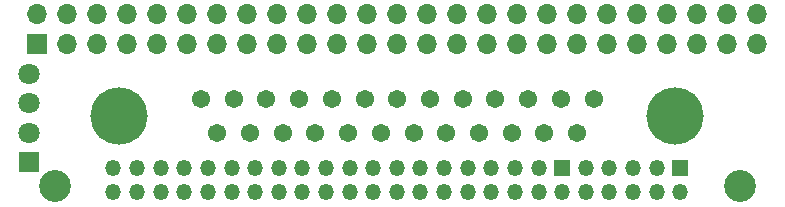
<source format=gts>
G04 #@! TF.GenerationSoftware,KiCad,Pcbnew,(5.1.9-16-g1737927814)-1*
G04 #@! TF.CreationDate,2021-10-16T21:24:19-05:00*
G04 #@! TF.ProjectId,daisy_chain_v2,64616973-795f-4636-9861-696e5f76322e,rev?*
G04 #@! TF.SameCoordinates,Original*
G04 #@! TF.FileFunction,Soldermask,Top*
G04 #@! TF.FilePolarity,Negative*
%FSLAX46Y46*%
G04 Gerber Fmt 4.6, Leading zero omitted, Abs format (unit mm)*
G04 Created by KiCad (PCBNEW (5.1.9-16-g1737927814)-1) date 2021-10-16 21:24:19*
%MOMM*%
%LPD*%
G01*
G04 APERTURE LIST*
%ADD10C,1.800000*%
%ADD11R,1.800000X1.800000*%
%ADD12C,2.700000*%
%ADD13C,4.845000*%
%ADD14C,1.545000*%
%ADD15O,1.350000X1.350000*%
%ADD16R,1.350000X1.350000*%
%ADD17O,1.700000X1.700000*%
%ADD18R,1.700000X1.700000*%
G04 APERTURE END LIST*
D10*
G04 #@! TO.C,J20*
X175854000Y-85480000D03*
X175854000Y-87980000D03*
X175854000Y-90480000D03*
D11*
X175854000Y-92980000D03*
G04 #@! TD*
D12*
G04 #@! TO.C,H6*
X236000000Y-95000000D03*
G04 #@! TD*
G04 #@! TO.C,H5*
X178000000Y-95000000D03*
G04 #@! TD*
D13*
G04 #@! TO.C,J6*
X183481600Y-89050000D03*
X230521600Y-89050000D03*
D14*
X191766600Y-90470000D03*
X194536600Y-90470000D03*
X197306600Y-90470000D03*
X200076600Y-90470000D03*
X202846600Y-90470000D03*
X205616600Y-90470000D03*
X208386600Y-90470000D03*
X211156600Y-90470000D03*
X213926600Y-90470000D03*
X216696600Y-90470000D03*
X219466600Y-90470000D03*
X222236600Y-90470000D03*
X190381600Y-87630000D03*
X193151600Y-87630000D03*
X195921600Y-87630000D03*
X198691600Y-87630000D03*
X201461600Y-87630000D03*
X204231600Y-87630000D03*
X207001600Y-87630000D03*
X209771600Y-87630000D03*
X212541600Y-87630000D03*
X215311600Y-87630000D03*
X218081600Y-87630000D03*
X220851600Y-87630000D03*
X223621600Y-87630000D03*
G04 #@! TD*
D15*
G04 #@! TO.C,J9*
X182972000Y-95488000D03*
X182972000Y-93488000D03*
X184972000Y-95488000D03*
X184972000Y-93488000D03*
X186972000Y-95488000D03*
X186972000Y-93488000D03*
X188972000Y-95488000D03*
X188972000Y-93488000D03*
X190972000Y-95488000D03*
X190972000Y-93488000D03*
X192972000Y-95488000D03*
X192972000Y-93488000D03*
X194972000Y-95488000D03*
X194972000Y-93488000D03*
X196972000Y-95488000D03*
X196972000Y-93488000D03*
X198972000Y-95488000D03*
X198972000Y-93488000D03*
X200972000Y-95488000D03*
X200972000Y-93488000D03*
X202972000Y-95488000D03*
X202972000Y-93488000D03*
X204972000Y-95488000D03*
X204972000Y-93488000D03*
X206972000Y-95488000D03*
X206972000Y-93488000D03*
X208972000Y-95488000D03*
X208972000Y-93488000D03*
X210972000Y-95488000D03*
X210972000Y-93488000D03*
X212972000Y-95488000D03*
X212972000Y-93488000D03*
X214972000Y-95488000D03*
X214972000Y-93488000D03*
X216972000Y-95488000D03*
X216972000Y-93488000D03*
X218972000Y-95488000D03*
X218972000Y-93488000D03*
X220972000Y-95488000D03*
D16*
X220972000Y-93488000D03*
D15*
X222972000Y-95488000D03*
X222972000Y-93488000D03*
X224972000Y-95488000D03*
X224972000Y-93488000D03*
X226972000Y-95488000D03*
X226972000Y-93488000D03*
X228972000Y-95488000D03*
X228972000Y-93488000D03*
X230972000Y-95488000D03*
D16*
X230972000Y-93488000D03*
G04 #@! TD*
D17*
G04 #@! TO.C,J3*
X237426500Y-80454500D03*
X237426500Y-82994500D03*
X234886500Y-80454500D03*
X234886500Y-82994500D03*
X232346500Y-80454500D03*
X232346500Y-82994500D03*
X229806500Y-80454500D03*
X229806500Y-82994500D03*
X227266500Y-80454500D03*
X227266500Y-82994500D03*
X224726500Y-80454500D03*
X224726500Y-82994500D03*
X222186500Y-80454500D03*
X222186500Y-82994500D03*
X219646500Y-80454500D03*
X219646500Y-82994500D03*
X217106500Y-80454500D03*
X217106500Y-82994500D03*
X214566500Y-80454500D03*
X214566500Y-82994500D03*
X212026500Y-80454500D03*
X212026500Y-82994500D03*
X209486500Y-80454500D03*
X209486500Y-82994500D03*
X206946500Y-80454500D03*
X206946500Y-82994500D03*
X204406500Y-80454500D03*
X204406500Y-82994500D03*
X201866500Y-80454500D03*
X201866500Y-82994500D03*
X199326500Y-80454500D03*
X199326500Y-82994500D03*
X196786500Y-80454500D03*
X196786500Y-82994500D03*
X194246500Y-80454500D03*
X194246500Y-82994500D03*
X191706500Y-80454500D03*
X191706500Y-82994500D03*
X189166500Y-80454500D03*
X189166500Y-82994500D03*
X186626500Y-80454500D03*
X186626500Y-82994500D03*
X184086500Y-80454500D03*
X184086500Y-82994500D03*
X181546500Y-80454500D03*
X181546500Y-82994500D03*
X179006500Y-80454500D03*
X179006500Y-82994500D03*
X176466500Y-80454500D03*
D18*
X176466500Y-82994500D03*
G04 #@! TD*
M02*

</source>
